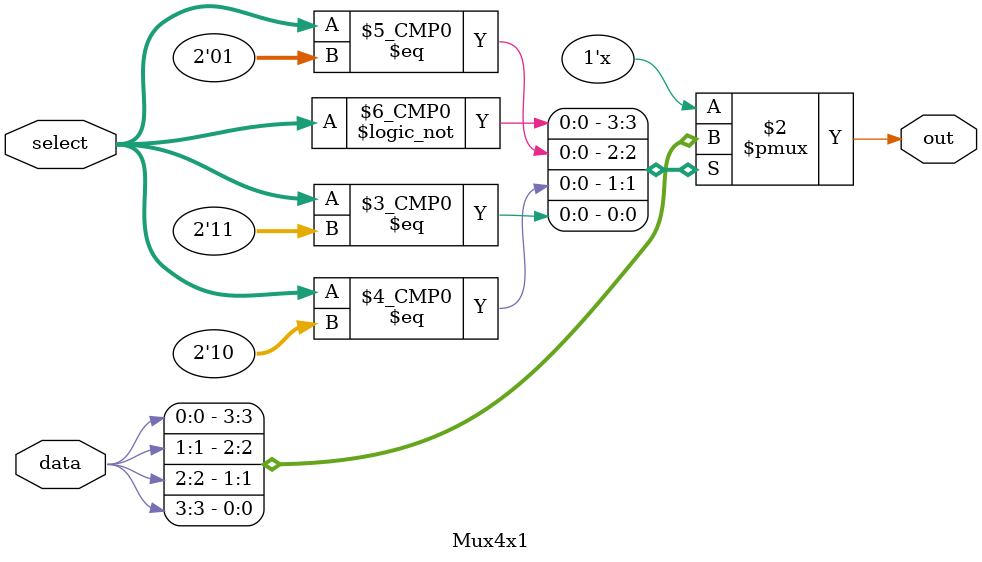
<source format=v>
module Mux4x1(input [3:0] data,
	      input [1:0] select,
		output reg out);

always @ (data or select) begin

	case(select)
	2'b00: out = data[0];
	2'b01: out = data[1];
	2'b10: out = data[2];
	2'b11: out = data[3];
	endcase

end

endmodule
</source>
